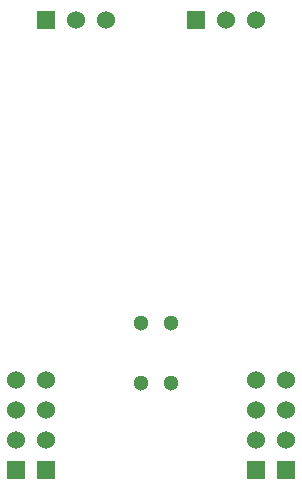
<source format=gbs>
G04 (created by PCBNEW (2013-mar-13)-stable) date Fri 09 Oct 2015 12:04:18 PM CEST*
%MOIN*%
G04 Gerber Fmt 3.4, Leading zero omitted, Abs format*
%FSLAX34Y34*%
G01*
G70*
G90*
G04 APERTURE LIST*
%ADD10C,0.005906*%
%ADD11R,0.060000X0.060000*%
%ADD12C,0.060000*%
%ADD13C,0.051181*%
G04 APERTURE END LIST*
G54D10*
G54D11*
X45000Y-26000D03*
G54D12*
X46000Y-26000D03*
X47000Y-26000D03*
G54D11*
X40000Y-26000D03*
G54D12*
X41000Y-26000D03*
X42000Y-26000D03*
G54D11*
X48000Y-41000D03*
G54D12*
X48000Y-40000D03*
X48000Y-39000D03*
X48000Y-38000D03*
G54D11*
X47000Y-41000D03*
G54D12*
X47000Y-40000D03*
X47000Y-39000D03*
X47000Y-38000D03*
G54D11*
X39000Y-41000D03*
G54D12*
X39000Y-40000D03*
X39000Y-39000D03*
X39000Y-38000D03*
G54D11*
X40000Y-41000D03*
G54D12*
X40000Y-40000D03*
X40000Y-39000D03*
X40000Y-38000D03*
G54D13*
X43150Y-38100D03*
X43150Y-36100D03*
X44150Y-38100D03*
X44150Y-36100D03*
M02*

</source>
